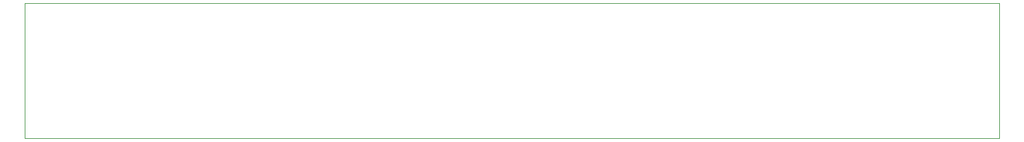
<source format=gbr>
%TF.GenerationSoftware,KiCad,Pcbnew,(6.0.5)*%
%TF.CreationDate,2023-01-13T02:53:26+02:00*%
%TF.ProjectId,doom_day_lamp,646f6f6d-5f64-4617-995f-6c616d702e6b,rev?*%
%TF.SameCoordinates,Original*%
%TF.FileFunction,Profile,NP*%
%FSLAX46Y46*%
G04 Gerber Fmt 4.6, Leading zero omitted, Abs format (unit mm)*
G04 Created by KiCad (PCBNEW (6.0.5)) date 2023-01-13 02:53:26*
%MOMM*%
%LPD*%
G01*
G04 APERTURE LIST*
%TA.AperFunction,Profile*%
%ADD10C,0.100000*%
%TD*%
G04 APERTURE END LIST*
D10*
X48244000Y-44450000D02*
X178324000Y-44450000D01*
X178324000Y-44450000D02*
X178324000Y-62450000D01*
X178324000Y-62450000D02*
X48244000Y-62450000D01*
X48244000Y-62450000D02*
X48244000Y-44450000D01*
M02*

</source>
